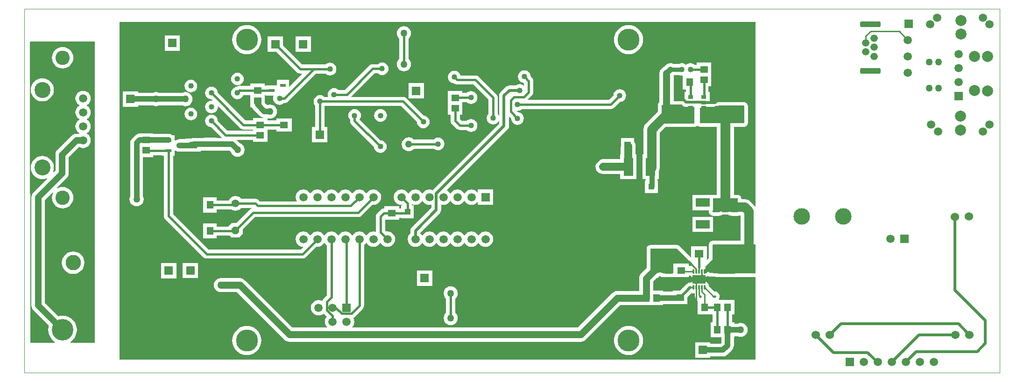
<source format=gbl>
%FSLAX25Y25*%
%MOIN*%
G70*
G01*
G75*
G04 Layer_Physical_Order=2*
G04 Layer_Color=16711680*
G04:AMPARAMS|DCode=10|XSize=23.62mil|YSize=61.02mil|CornerRadius=5.91mil|HoleSize=0mil|Usage=FLASHONLY|Rotation=0.000|XOffset=0mil|YOffset=0mil|HoleType=Round|Shape=RoundedRectangle|*
%AMROUNDEDRECTD10*
21,1,0.02362,0.04921,0,0,0.0*
21,1,0.01181,0.06102,0,0,0.0*
1,1,0.01181,0.00591,-0.02461*
1,1,0.01181,-0.00591,-0.02461*
1,1,0.01181,-0.00591,0.02461*
1,1,0.01181,0.00591,0.02461*
%
%ADD10ROUNDEDRECTD10*%
%ADD11R,0.05906X0.09843*%
%ADD12O,0.07480X0.02362*%
%ADD13O,0.01378X0.07087*%
%ADD14R,0.09843X0.05906*%
G04:AMPARAMS|DCode=15|XSize=23.62mil|YSize=61.02mil|CornerRadius=5.91mil|HoleSize=0mil|Usage=FLASHONLY|Rotation=270.000|XOffset=0mil|YOffset=0mil|HoleType=Round|Shape=RoundedRectangle|*
%AMROUNDEDRECTD15*
21,1,0.02362,0.04921,0,0,270.0*
21,1,0.01181,0.06102,0,0,270.0*
1,1,0.01181,-0.02461,-0.00591*
1,1,0.01181,-0.02461,0.00591*
1,1,0.01181,0.02461,0.00591*
1,1,0.01181,0.02461,-0.00591*
%
%ADD15ROUNDEDRECTD15*%
%ADD16R,0.04724X0.05315*%
%ADD17R,0.05315X0.04724*%
%ADD18R,0.05709X0.04528*%
%ADD19R,0.04528X0.05709*%
%ADD20R,0.04134X0.04331*%
%ADD21R,0.05315X0.03937*%
%ADD22R,0.03937X0.05315*%
%ADD23R,0.03150X0.01969*%
%ADD24R,0.01969X0.03150*%
%ADD25C,0.02000*%
%ADD26C,0.01500*%
%ADD27C,0.03000*%
%ADD28C,0.01300*%
%ADD29C,0.05000*%
%ADD30C,0.04000*%
%ADD31C,0.06500*%
%ADD32C,0.06000*%
%ADD33C,0.03937*%
%ADD34C,0.01000*%
%ADD35C,0.00100*%
%ADD36C,0.05906*%
%ADD37R,0.05906X0.05906*%
%ADD38C,0.11024*%
%ADD39C,0.15354*%
%ADD40C,0.06000*%
%ADD41C,0.11417*%
%ADD42R,0.05906X0.05906*%
%ADD43P,0.05966X8X112.5*%
%ADD44C,0.05512*%
%ADD45C,0.11811*%
%ADD46C,0.07874*%
%ADD47C,0.05213*%
G04:AMPARAMS|DCode=48|XSize=42.52mil|YSize=145.67mil|CornerRadius=10.63mil|HoleSize=0mil|Usage=FLASHONLY|Rotation=270.000|XOffset=0mil|YOffset=0mil|HoleType=Round|Shape=RoundedRectangle|*
%AMROUNDEDRECTD48*
21,1,0.04252,0.12441,0,0,270.0*
21,1,0.02126,0.14567,0,0,270.0*
1,1,0.02126,-0.06221,-0.01063*
1,1,0.02126,-0.06221,0.01063*
1,1,0.02126,0.06221,0.01063*
1,1,0.02126,0.06221,-0.01063*
%
%ADD48ROUNDEDRECTD48*%
%ADD49C,0.05000*%
%ADD50C,0.04000*%
%ADD51C,0.02000*%
%ADD52C,0.06200*%
%ADD53C,0.02284*%
%ADD54C,0.10236*%
%ADD55C,0.15700*%
%ADD56R,0.06693X0.12598*%
%ADD57R,0.09449X0.06496*%
%ADD58O,0.01102X0.03347*%
%ADD59R,0.03543X0.02559*%
%ADD60R,0.06102X0.05512*%
%ADD61R,0.03937X0.02362*%
%ADD62R,0.04331X0.04134*%
%ADD63C,0.04500*%
%ADD64C,0.02500*%
%ADD65C,0.07000*%
%ADD66C,0.03500*%
%ADD67C,0.05500*%
%ADD68R,0.02756X0.01102*%
%ADD69R,0.02756X0.01102*%
%ADD70R,0.02756X0.01102*%
G36*
X463393Y191715D02*
X469143D01*
X469754Y191104D01*
X470485Y190543D01*
X471337Y190190D01*
X472250Y190070D01*
X478050D01*
Y178300D01*
X478050Y178300D01*
X478050Y178300D01*
X478009Y178200D01*
X454750D01*
Y191500D01*
X462928Y191807D01*
X460764Y191780D01*
X462928Y191807D01*
X463393Y191715D01*
D02*
G37*
G36*
X50350Y236798D02*
Y21600D01*
X32844D01*
X32723Y22085D01*
X32932Y22197D01*
X34481Y23468D01*
X35753Y25018D01*
X36698Y26786D01*
X37280Y28705D01*
X37477Y30700D01*
X37280Y32695D01*
X36698Y34613D01*
X35753Y36381D01*
X34481Y37931D01*
X32932Y39202D01*
X31164Y40148D01*
X29245Y40729D01*
X27250Y40926D01*
X25255Y40729D01*
X24289Y40436D01*
X14541Y50184D01*
Y123515D01*
X20148Y129122D01*
X20550Y128825D01*
X20178Y128129D01*
X19742Y126693D01*
X19595Y125200D01*
X19742Y123706D01*
X20178Y122270D01*
X20886Y120947D01*
X21837Y119787D01*
X22998Y118835D01*
X24321Y118127D01*
X25757Y117692D01*
X27250Y117545D01*
X28744Y117692D01*
X30180Y118127D01*
X31503Y118835D01*
X32663Y119787D01*
X33615Y120947D01*
X34323Y122270D01*
X34758Y123706D01*
X34905Y125200D01*
X34758Y126693D01*
X34323Y128129D01*
X33615Y129453D01*
X32663Y130613D01*
X31503Y131564D01*
X30180Y132272D01*
X28744Y132708D01*
X27250Y132855D01*
X25757Y132708D01*
X24321Y132272D01*
X23625Y131900D01*
X23327Y132302D01*
X30238Y139212D01*
X30999Y140205D01*
X31478Y141360D01*
X31641Y142600D01*
Y153916D01*
X39035Y161309D01*
X39168D01*
X40427Y160788D01*
X41850Y160600D01*
X43274Y160788D01*
X44600Y161337D01*
X45739Y162211D01*
X46613Y163350D01*
X47163Y164676D01*
X47350Y166100D01*
X47163Y167524D01*
X46613Y168850D01*
X45739Y169989D01*
X44617Y170850D01*
Y171350D01*
X45739Y172211D01*
X46613Y173350D01*
X47163Y174677D01*
X47350Y176100D01*
X47163Y177524D01*
X46613Y178850D01*
X45739Y179989D01*
X44617Y180850D01*
Y181350D01*
X45739Y182211D01*
X46613Y183350D01*
X47163Y184677D01*
X47350Y186100D01*
X47163Y187523D01*
X46613Y188850D01*
X45739Y189989D01*
X44617Y190850D01*
Y191350D01*
X45739Y192211D01*
X46613Y193350D01*
X47163Y194676D01*
X47350Y196100D01*
X47163Y197523D01*
X46613Y198850D01*
X45739Y199989D01*
X44600Y200863D01*
X43274Y201412D01*
X41850Y201600D01*
X40427Y201412D01*
X39100Y200863D01*
X37961Y199989D01*
X37087Y198850D01*
X36538Y197523D01*
X36351Y196100D01*
X36538Y194676D01*
X37087Y193350D01*
X37961Y192211D01*
X39083Y191350D01*
Y190850D01*
X37961Y189989D01*
X37087Y188850D01*
X36538Y187523D01*
X36351Y186100D01*
X36538Y184677D01*
X37087Y183350D01*
X37961Y182211D01*
X39083Y181350D01*
Y180850D01*
X37961Y179989D01*
X37087Y178850D01*
X36538Y177524D01*
X36351Y176100D01*
X36538Y174677D01*
X37087Y173350D01*
X37961Y172211D01*
X39065Y171364D01*
X38904Y170891D01*
X37050D01*
X35810Y170728D01*
X34993Y170389D01*
X34655Y170249D01*
X33663Y169488D01*
X23463Y159288D01*
X22701Y158296D01*
X22561Y157957D01*
X22223Y157140D01*
X22059Y155900D01*
X22059Y155900D01*
X22059D01*
X22059Y155900D01*
X22059D01*
Y144585D01*
X20817Y143342D01*
X20388Y143599D01*
X20840Y145090D01*
X20999Y146700D01*
X20840Y148309D01*
X20371Y149856D01*
X19609Y151282D01*
X18583Y152532D01*
X17333Y153558D01*
X15907Y154320D01*
X14359Y154789D01*
X12750Y154948D01*
X11141Y154789D01*
X9594Y154320D01*
X8168Y153558D01*
X6918Y152532D01*
X5892Y151282D01*
X5130Y149856D01*
X4660Y148309D01*
X4502Y146700D01*
X4660Y145090D01*
X5130Y143543D01*
X5892Y142117D01*
X6918Y140867D01*
X8168Y139841D01*
X9594Y139079D01*
X11141Y138610D01*
X12750Y138451D01*
X14359Y138610D01*
X15851Y139062D01*
X16108Y138633D01*
X6363Y128888D01*
X5601Y127895D01*
X5461Y127557D01*
X5123Y126740D01*
X4959Y125500D01*
Y48200D01*
X4959Y48200D01*
X4959D01*
X5123Y46960D01*
X5461Y46143D01*
X5601Y45804D01*
X6363Y44812D01*
X6363Y44812D01*
X6363Y44812D01*
Y44812D01*
X6363Y44812D01*
X17514Y33661D01*
X17220Y32695D01*
X17024Y30700D01*
X17220Y28705D01*
X17802Y26786D01*
X18747Y25018D01*
X20019Y23468D01*
X21569Y22197D01*
X21778Y22085D01*
X21656Y21600D01*
X4057D01*
X3951Y236546D01*
X4304Y236900D01*
X50244D01*
X50350Y236798D01*
D02*
G37*
G36*
X468124Y212479D02*
X469299Y212325D01*
X469481Y212349D01*
D01*
X469706Y212378D01*
X469857Y212246D01*
Y202574D01*
X472248D01*
Y200752D01*
Y200752D01*
X471254D01*
Y194264D01*
X463393D01*
Y194339D01*
Y212624D01*
X463598Y212829D01*
X467280D01*
X468124Y212479D01*
D02*
G37*
G36*
X513409Y190995D02*
X513409Y190995D01*
X513850Y190812D01*
Y178400D01*
X482250D01*
X482150Y178500D01*
Y189452D01*
X489246D01*
Y189702D01*
X492840D01*
X493754Y189822D01*
X494606Y190175D01*
X495337Y190736D01*
X495536Y190995D01*
X513409D01*
X513409Y190995D01*
D02*
G37*
G36*
X474609Y80100D02*
X477315Y77838D01*
X477337Y77338D01*
X476649Y76649D01*
X476263Y76490D01*
X474063D01*
Y78005D01*
X463354D01*
Y70985D01*
X456168D01*
X456157Y71002D01*
X455330Y71555D01*
X454354Y71749D01*
X453134D01*
X452159Y71555D01*
X451332Y71002D01*
X450863Y70300D01*
X446735D01*
X446708Y70326D01*
Y88900D01*
X465808D01*
X474609Y80100D01*
D02*
G37*
G36*
X521975Y91895D02*
Y71015D01*
X507665Y70985D01*
X506394Y70900D01*
X497252D01*
X489523Y71343D01*
X488733Y71405D01*
Y72548D01*
X486554D01*
Y73729D01*
X486450Y74526D01*
X486142Y75268D01*
X485778Y75743D01*
X491079Y80900D01*
Y91546D01*
X491432Y91900D01*
X521975Y91895D01*
D02*
G37*
G36*
Y118839D02*
X521785Y118775D01*
X521151Y119601D01*
X518351Y122401D01*
X517150Y123323D01*
X515751Y123902D01*
X514250Y124100D01*
X511799D01*
Y124600D01*
X511703Y125085D01*
X511605Y125575D01*
X511605Y125575D01*
X511605Y125575D01*
X511328Y125991D01*
X511053Y126402D01*
X510953Y126502D01*
X510953Y126502D01*
X510953Y126502D01*
X510541Y126777D01*
X510126Y127055D01*
X510126Y127055D01*
X510126Y127055D01*
X509636Y127152D01*
X509151Y127249D01*
X509150Y127249D01*
X509150Y127249D01*
X506379D01*
Y175851D01*
X513850D01*
X514826Y176045D01*
X515653Y176598D01*
X516205Y177425D01*
X516399Y178400D01*
Y190812D01*
X516294Y191340D01*
X516205Y191788D01*
X516205Y191788D01*
X516205Y191788D01*
X515928Y192203D01*
X515653Y192615D01*
X515653Y192615D01*
X515653Y192615D01*
X515242Y192889D01*
X514826Y193167D01*
X514826Y193167D01*
D01*
D01*
X514384Y193350D01*
X514384Y193350D01*
X514384Y193350D01*
X513913Y193444D01*
X513409Y193544D01*
X513409Y193544D01*
X513409Y193544D01*
X513409D01*
X513409D01*
X495536D01*
X495371Y193512D01*
X495203Y193523D01*
X494888Y193415D01*
X494849Y193408D01*
D01*
X494561Y193350D01*
X494518Y193322D01*
X490096D01*
Y192770D01*
X489246D01*
Y193193D01*
Y200752D01*
X488328D01*
Y200752D01*
Y202071D01*
Y204718D01*
X490208D01*
Y212001D01*
Y221726D01*
X479893D01*
Y220142D01*
X478521D01*
X477671Y220794D01*
X476576Y221248D01*
X475401Y221402D01*
X474227Y221248D01*
X473132Y220794D01*
X472350Y220194D01*
X471569Y220794D01*
X470474Y221248D01*
X469299Y221402D01*
X468124Y221248D01*
X467280Y220898D01*
X463233D01*
X462389Y221248D01*
X461214Y221402D01*
X460039Y221248D01*
X458944Y220794D01*
X458004Y220073D01*
X456631Y218700D01*
X455829Y218368D01*
X454784Y217566D01*
X453983Y216522D01*
X453479Y215305D01*
X453307Y214000D01*
Y193542D01*
X452948Y193302D01*
X452921Y193262D01*
X452881Y193233D01*
X452646Y192850D01*
X452395Y192475D01*
X452386Y192428D01*
X452360Y192386D01*
X452289Y191942D01*
X452201Y191500D01*
Y186553D01*
X443623Y177975D01*
X442702Y176774D01*
X442122Y175375D01*
X441925Y173874D01*
Y155999D01*
X441078D01*
Y138401D01*
X443438D01*
Y137567D01*
X443022D01*
Y128433D01*
X452353D01*
Y137567D01*
X452011D01*
Y138401D01*
X452771D01*
Y143658D01*
X453326Y144999D01*
X453524Y146500D01*
Y171472D01*
X457703Y175651D01*
X478009D01*
X478507Y175750D01*
X478984Y175845D01*
X478984Y175845D01*
X478984Y175845D01*
X479400Y176123D01*
X479811Y176398D01*
X479811Y176398D01*
X479811Y176398D01*
X480080Y176799D01*
X480280D01*
X480348Y176698D01*
X480348Y176698D01*
X480348Y176697D01*
X480448Y176597D01*
X480852Y176328D01*
X481275Y176045D01*
X481275Y176045D01*
X481275Y176045D01*
X481746Y175951D01*
X482250Y175851D01*
X494321D01*
Y127249D01*
X491572D01*
X491088Y127153D01*
X476729D01*
Y116247D01*
X488529D01*
Y114981D01*
X488658Y114334D01*
X488724Y114006D01*
X488724Y114006D01*
Y114006D01*
X489056Y113508D01*
X489276Y113179D01*
X489276Y113179D01*
X489276Y113179D01*
X489605Y112959D01*
X490103Y112627D01*
X490565Y112435D01*
X490565Y112435D01*
D01*
X490764Y112396D01*
X491540Y112241D01*
X491540D01*
X491540D01*
X491590Y112251D01*
X495823D01*
X496150Y112316D01*
X496482Y112338D01*
X496633Y112412D01*
X496798Y112445D01*
X496956Y112551D01*
X497083Y112498D01*
X497890Y112392D01*
X502811D01*
X503618Y112498D01*
X503622Y112500D01*
X503820D01*
X503903Y112445D01*
X504068Y112412D01*
X504198Y112348D01*
X504218Y112338D01*
X504551Y112316D01*
X504878Y112251D01*
X509250D01*
X510226Y112445D01*
X510309Y112500D01*
X511251D01*
Y94587D01*
X511109Y94446D01*
X491433Y94449D01*
X491432Y94449D01*
X491432Y94449D01*
X490924Y94348D01*
X490457Y94255D01*
X490457Y94255D01*
X490457Y94255D01*
X490028Y93968D01*
X489630Y93703D01*
X489630Y93703D01*
X489630Y93702D01*
X489276Y93349D01*
X489276Y93349D01*
X489276Y93349D01*
X489001Y92938D01*
X488724Y92522D01*
X488724Y92522D01*
X488724Y92522D01*
X488626Y92032D01*
X488529Y91546D01*
X488529Y91546D01*
X488529Y91546D01*
Y81976D01*
X487272Y80752D01*
X487087Y80830D01*
Y90356D01*
X475985D01*
Y82590D01*
X475800Y82513D01*
X467611Y90702D01*
X466784Y91255D01*
X465808Y91449D01*
X446708D01*
X445733Y91255D01*
X444906Y90702D01*
X444354Y89875D01*
X444160Y88900D01*
Y74857D01*
X440301Y70998D01*
X439499Y69954D01*
X438996Y68738D01*
X438824Y67432D01*
Y58543D01*
X423290D01*
X421985Y58371D01*
X420769Y57867D01*
X419724Y57066D01*
X395002Y32343D01*
X233775D01*
X233711Y32533D01*
X233889Y32669D01*
X234763Y33808D01*
X235312Y35135D01*
X235500Y36558D01*
X235312Y37982D01*
X234794Y39233D01*
X234871Y39418D01*
X235109Y39516D01*
X235788Y40038D01*
X235788Y40038D01*
X235788Y40038D01*
X241437Y45686D01*
X241663Y45981D01*
X241958Y46365D01*
X242285Y47155D01*
X242397Y48004D01*
Y91218D01*
X243008Y91687D01*
X243882Y92826D01*
X244019Y93156D01*
X244219D01*
X244356Y92826D01*
X245230Y91687D01*
X246369Y90813D01*
X247695Y90263D01*
X249119Y90076D01*
X250542Y90263D01*
X251869Y90813D01*
X253008Y91687D01*
X253882Y92826D01*
X254019Y93156D01*
X254219D01*
X254356Y92826D01*
X255230Y91687D01*
X256369Y90813D01*
X257696Y90263D01*
X259119Y90076D01*
X260542Y90263D01*
X261869Y90813D01*
X263008Y91687D01*
X263882Y92826D01*
X264431Y94152D01*
X264619Y95576D01*
X264431Y96999D01*
X263882Y98326D01*
X263008Y99464D01*
X261869Y100339D01*
X260542Y100888D01*
X259119Y101075D01*
X258220Y100957D01*
X257452Y101725D01*
Y109454D01*
X267505D01*
Y110939D01*
X268832D01*
Y110339D01*
X277966D01*
Y119670D01*
X276677D01*
Y120505D01*
X276844Y120616D01*
X277695Y120263D01*
X279119Y120076D01*
X280542Y120263D01*
X281869Y120813D01*
X283008Y121687D01*
X283882Y122826D01*
X284019Y123156D01*
X284219D01*
X284356Y122826D01*
X285230Y121687D01*
X286369Y120813D01*
X287696Y120263D01*
X289119Y120076D01*
X290270Y120227D01*
X290420Y120095D01*
Y117871D01*
X276554Y104005D01*
X275993Y103274D01*
X275640Y102422D01*
X275520Y101509D01*
Y99687D01*
X275230Y99464D01*
X274356Y98326D01*
X273807Y96999D01*
X273619Y95576D01*
X273807Y94152D01*
X274356Y92826D01*
X275230Y91687D01*
X276369Y90813D01*
X277695Y90263D01*
X279119Y90076D01*
X280542Y90263D01*
X281869Y90813D01*
X283008Y91687D01*
X283882Y92826D01*
X284019Y93156D01*
X284219D01*
X284356Y92826D01*
X285230Y91687D01*
X286369Y90813D01*
X287696Y90263D01*
X289119Y90076D01*
X290542Y90263D01*
X291869Y90813D01*
X293008Y91687D01*
X293882Y92826D01*
X294019Y93156D01*
X294219D01*
X294356Y92826D01*
X295230Y91687D01*
X296369Y90813D01*
X297695Y90263D01*
X299119Y90076D01*
X300542Y90263D01*
X301869Y90813D01*
X303008Y91687D01*
X303882Y92826D01*
X304019Y93156D01*
X304219D01*
X304356Y92826D01*
X305230Y91687D01*
X306369Y90813D01*
X307696Y90263D01*
X309119Y90076D01*
X310542Y90263D01*
X311869Y90813D01*
X313008Y91687D01*
X313882Y92826D01*
X314019Y93156D01*
X314219D01*
X314356Y92826D01*
X315230Y91687D01*
X316369Y90813D01*
X317695Y90263D01*
X319119Y90076D01*
X320542Y90263D01*
X321869Y90813D01*
X323008Y91687D01*
X323882Y92826D01*
X324019Y93156D01*
X324219D01*
X324356Y92826D01*
X325230Y91687D01*
X326369Y90813D01*
X327695Y90263D01*
X329119Y90076D01*
X330542Y90263D01*
X331869Y90813D01*
X333008Y91687D01*
X333882Y92826D01*
X334431Y94152D01*
X334619Y95576D01*
X334431Y96999D01*
X333882Y98326D01*
X333008Y99464D01*
X331869Y100339D01*
X330542Y100888D01*
X329119Y101075D01*
X327695Y100888D01*
X326369Y100339D01*
X325230Y99464D01*
X324356Y98326D01*
X324219Y97995D01*
X324019D01*
X323882Y98326D01*
X323008Y99464D01*
X321869Y100339D01*
X320542Y100888D01*
X319119Y101075D01*
X317695Y100888D01*
X316369Y100339D01*
X315230Y99464D01*
X314356Y98326D01*
X314219Y97995D01*
X314019D01*
X313882Y98326D01*
X313008Y99464D01*
X311869Y100339D01*
X310542Y100888D01*
X309119Y101075D01*
X307696Y100888D01*
X306369Y100339D01*
X305230Y99464D01*
X304356Y98326D01*
X304219Y97995D01*
X304019D01*
X303882Y98326D01*
X303008Y99464D01*
X301869Y100339D01*
X300542Y100888D01*
X299119Y101075D01*
X297695Y100888D01*
X296369Y100339D01*
X295230Y99464D01*
X294356Y98326D01*
X294219Y97995D01*
X294019D01*
X293882Y98326D01*
X293008Y99464D01*
X291869Y100339D01*
X290542Y100888D01*
X289119Y101075D01*
X287696Y100888D01*
X286369Y100339D01*
X285230Y99464D01*
X284356Y98326D01*
X284219Y97995D01*
X284019D01*
X283882Y98326D01*
X283008Y99464D01*
X282580Y99792D01*
Y100046D01*
X296446Y113912D01*
X297008Y114644D01*
X297360Y115495D01*
X297481Y116409D01*
Y120172D01*
X297647Y120283D01*
X297695Y120263D01*
X299119Y120076D01*
X300542Y120263D01*
X301869Y120813D01*
X303008Y121687D01*
X303882Y122826D01*
X304019Y123156D01*
X304219D01*
X304356Y122826D01*
X305230Y121687D01*
X306369Y120813D01*
X307696Y120263D01*
X309119Y120076D01*
X310542Y120263D01*
X311869Y120813D01*
X313008Y121687D01*
X313882Y122826D01*
X314019Y123156D01*
X314219D01*
X314356Y122826D01*
X315230Y121687D01*
X316369Y120813D01*
X317695Y120263D01*
X319119Y120076D01*
X320542Y120263D01*
X321869Y120813D01*
X323008Y121687D01*
X323477Y122298D01*
X323666Y122233D01*
Y120123D01*
X334572D01*
Y131028D01*
X323666D01*
Y128918D01*
X323477Y128853D01*
X323008Y129465D01*
X321869Y130339D01*
X320542Y130888D01*
X319119Y131075D01*
X317695Y130888D01*
X316369Y130339D01*
X315230Y129465D01*
X314356Y128325D01*
X314219Y127995D01*
X314019D01*
X313882Y128325D01*
X313008Y129465D01*
X311869Y130339D01*
X310542Y130888D01*
X309119Y131075D01*
X307696Y130888D01*
X306369Y130339D01*
X305230Y129465D01*
X304356Y128325D01*
X304219Y127995D01*
X304019D01*
X303882Y128325D01*
X303008Y129465D01*
X301869Y130339D01*
X301549Y130471D01*
X301510Y130667D01*
X344847Y174004D01*
X345408Y174735D01*
X345760Y175586D01*
X345881Y176500D01*
Y182986D01*
X346065Y183063D01*
X347450Y181678D01*
X347590Y180615D01*
X348043Y179520D01*
X348764Y178580D01*
X349705Y177859D01*
X350799Y177406D01*
X351974Y177251D01*
X353149Y177406D01*
X354243Y177859D01*
X355183Y178580D01*
X355905Y179520D01*
X356358Y180615D01*
X356513Y181790D01*
X356358Y182965D01*
X355905Y184059D01*
X355183Y184999D01*
X354243Y185721D01*
X353149Y186174D01*
X352086Y186314D01*
X351243Y187156D01*
X351332Y187335D01*
X351974Y187251D01*
X353149Y187406D01*
X354243Y187859D01*
X355094Y188512D01*
X418561D01*
X418985Y188568D01*
X419409Y188623D01*
X419804Y188787D01*
X420200Y188951D01*
X420879Y189472D01*
X420879Y189472D01*
X420879Y189472D01*
X425062Y193655D01*
X426125Y193795D01*
X427220Y194249D01*
X428160Y194970D01*
X428881Y195910D01*
X429334Y197005D01*
X429489Y198179D01*
X429334Y199354D01*
X428881Y200449D01*
X428160Y201389D01*
X427220Y202110D01*
X426125Y202564D01*
X424950Y202718D01*
X423776Y202564D01*
X422681Y202110D01*
X421741Y201389D01*
X421020Y200449D01*
X420566Y199354D01*
X420426Y198291D01*
X417203Y195068D01*
X359315D01*
X359239Y195253D01*
X362268Y198282D01*
X362789Y198961D01*
X363117Y199752D01*
X363228Y200600D01*
Y208600D01*
X363117Y209448D01*
X362789Y210239D01*
X362494Y210623D01*
X362268Y210918D01*
X361374Y211812D01*
X361234Y212875D01*
X360781Y213969D01*
X360060Y214909D01*
X359120Y215631D01*
X358025Y216084D01*
X356850Y216239D01*
X355676Y216084D01*
X354581Y215631D01*
X353641Y214909D01*
X352920Y213969D01*
X352466Y212875D01*
X352311Y211700D01*
X352466Y210525D01*
X352920Y209431D01*
X353641Y208491D01*
X354581Y207769D01*
X355676Y207316D01*
X356672Y207185D01*
Y205300D01*
X356493Y205212D01*
X355830Y205720D01*
X354735Y206174D01*
X353561Y206329D01*
X352386Y206174D01*
X351291Y205720D01*
X350769Y205320D01*
X346040D01*
X345126Y205200D01*
X344275Y204847D01*
X343544Y204286D01*
X339854Y200596D01*
X339293Y199865D01*
X338940Y199014D01*
X338820Y198100D01*
Y183963D01*
X338624Y183924D01*
X338481Y184269D01*
X337828Y185120D01*
Y196686D01*
X337772Y197110D01*
X337717Y197535D01*
X337553Y197930D01*
X337389Y198325D01*
X337094Y198709D01*
X336868Y199004D01*
X324254Y211618D01*
X323575Y212139D01*
X323180Y212303D01*
X322785Y212466D01*
X322361Y212522D01*
X321936Y212578D01*
X311224D01*
X310781Y213647D01*
X310060Y214587D01*
X309120Y215309D01*
X308025Y215762D01*
X306850Y215917D01*
X305676Y215762D01*
X304581Y215309D01*
X303641Y214587D01*
X302920Y213647D01*
X302466Y212553D01*
X302311Y211378D01*
X302466Y210203D01*
X302920Y209108D01*
X303641Y208169D01*
X304581Y207447D01*
X305676Y206994D01*
X306785Y206848D01*
X306995Y206687D01*
X307289Y206461D01*
X307521Y206365D01*
X308080Y206134D01*
X308928Y206022D01*
X320579D01*
X331272Y195328D01*
Y185120D01*
X330620Y184269D01*
X330166Y183175D01*
X330012Y182000D01*
X330166Y180825D01*
X330620Y179731D01*
X331341Y178791D01*
X332281Y178069D01*
X333376Y177616D01*
X334550Y177461D01*
X335725Y177616D01*
X336820Y178069D01*
X337760Y178791D01*
X338481Y179731D01*
X338624Y180076D01*
X338820Y180037D01*
Y177962D01*
X291454Y130596D01*
X291404Y130531D01*
X290542Y130888D01*
X289119Y131075D01*
X287696Y130888D01*
X286369Y130339D01*
X285230Y129465D01*
X284356Y128325D01*
X284219Y127995D01*
X284019D01*
X283882Y128325D01*
X283008Y129465D01*
X281869Y130339D01*
X280542Y130888D01*
X279119Y131075D01*
X277695Y130888D01*
X276369Y130339D01*
X275230Y129465D01*
X274356Y128325D01*
X274219Y127995D01*
X274019D01*
X273882Y128325D01*
X273008Y129465D01*
X271869Y130339D01*
X270542Y130888D01*
X269119Y131075D01*
X267695Y130888D01*
X266369Y130339D01*
X265230Y129465D01*
X264356Y128325D01*
X263807Y126999D01*
X263619Y125576D01*
X263807Y124152D01*
X264356Y122826D01*
X265230Y121687D01*
X266369Y120813D01*
X267695Y120263D01*
X269119Y120076D01*
X269747Y120159D01*
X270051Y119855D01*
X269974Y119670D01*
X268832D01*
Y117495D01*
X267505D01*
Y118981D01*
X256796D01*
Y117495D01*
X256468D01*
X255619Y117384D01*
X255060Y117152D01*
X254829Y117056D01*
X254534Y116830D01*
X254150Y116535D01*
X251856Y114242D01*
X251335Y113563D01*
X251171Y113167D01*
X251008Y112772D01*
X250952Y112348D01*
X250896Y111924D01*
Y100922D01*
X250730Y100811D01*
X250542Y100888D01*
X249119Y101075D01*
X247695Y100888D01*
X246369Y100339D01*
X245230Y99464D01*
X244356Y98326D01*
X244219Y97995D01*
X244019D01*
X243882Y98326D01*
X243008Y99464D01*
X241869Y100339D01*
X240542Y100888D01*
X239119Y101075D01*
X237696Y100888D01*
X236369Y100339D01*
X235230Y99464D01*
X234356Y98326D01*
X234219Y97995D01*
X234019D01*
X233882Y98326D01*
X233008Y99464D01*
X231869Y100339D01*
X230542Y100888D01*
X229119Y101075D01*
X227695Y100888D01*
X226369Y100339D01*
X225230Y99464D01*
X224356Y98326D01*
X224219Y97995D01*
X224019D01*
X223882Y98326D01*
X223008Y99464D01*
X221869Y100339D01*
X220542Y100888D01*
X219119Y101075D01*
X217695Y100888D01*
X216369Y100339D01*
X215230Y99464D01*
X214356Y98326D01*
X214219Y97995D01*
X214019D01*
X213882Y98326D01*
X213008Y99464D01*
X211869Y100339D01*
X210542Y100888D01*
X209119Y101075D01*
X207696Y100888D01*
X206369Y100339D01*
X205230Y99464D01*
X204356Y98326D01*
X204219Y97995D01*
X204019D01*
X203882Y98326D01*
X203008Y99464D01*
X201869Y100339D01*
X200542Y100888D01*
X199119Y101075D01*
X197696Y100888D01*
X196369Y100339D01*
X195230Y99464D01*
X194356Y98326D01*
X193807Y96999D01*
X193619Y95576D01*
X193807Y94152D01*
X194356Y92826D01*
X195230Y91687D01*
X196369Y90813D01*
X197696Y90263D01*
X198789Y90119D01*
X198853Y89930D01*
X197101Y88178D01*
X131408D01*
X106091Y113495D01*
Y155091D01*
X107282D01*
Y158832D01*
X108093D01*
X108418Y158582D01*
X109513Y158128D01*
X110687Y157974D01*
X115036D01*
Y157946D01*
X125745D01*
Y158811D01*
X128183D01*
Y158684D01*
X137317D01*
Y158811D01*
X146298D01*
X147465Y157644D01*
X147797Y156841D01*
X148599Y155797D01*
X149643Y154996D01*
X150859Y154492D01*
X152164Y154320D01*
X153470Y154492D01*
X154686Y154996D01*
X155730Y155797D01*
X156532Y156841D01*
X157036Y158058D01*
X157208Y159363D01*
X157036Y160668D01*
X156532Y161885D01*
X155730Y162929D01*
X154686Y163731D01*
X153883Y164063D01*
X151551Y166395D01*
X151627Y166580D01*
X163193D01*
Y164996D01*
X173508D01*
Y172280D01*
Y173864D01*
X179996D01*
Y172378D01*
X190705D01*
Y181906D01*
X179996D01*
Y180420D01*
X173508D01*
Y181866D01*
X173674Y181977D01*
X173945Y181865D01*
X175250Y181693D01*
X176556Y181865D01*
X177772Y182368D01*
X178816Y183170D01*
X179618Y184214D01*
X180122Y185431D01*
X180294Y186736D01*
X180122Y188041D01*
X179618Y189258D01*
X178816Y190302D01*
X177772Y191103D01*
X176556Y191607D01*
X175250Y191779D01*
X173945Y191607D01*
X173179Y191290D01*
X171576Y192893D01*
Y196980D01*
Y198564D01*
X172213D01*
Y198179D01*
X177861D01*
X177972Y198012D01*
X177666Y197274D01*
X177512Y196100D01*
X177666Y194925D01*
X178120Y193830D01*
X178841Y192890D01*
X179781Y192169D01*
X180876Y191716D01*
X182050Y191561D01*
X183225Y191716D01*
X184320Y192169D01*
X185170Y192822D01*
X185450D01*
X185874Y192877D01*
X186298Y192933D01*
X186694Y193097D01*
X187089Y193261D01*
X187768Y193782D01*
X187768Y193782D01*
X187768Y193782D01*
X207824Y213838D01*
X215030D01*
X215881Y213186D01*
X216976Y212732D01*
X218150Y212577D01*
X219325Y212732D01*
X220420Y213186D01*
X221360Y213907D01*
X222081Y214847D01*
X222534Y215942D01*
X222689Y217116D01*
X222534Y218291D01*
X222081Y219386D01*
X221360Y220326D01*
X220420Y221047D01*
X219325Y221500D01*
X218150Y221655D01*
X216976Y221500D01*
X215881Y221047D01*
X215030Y220394D01*
X198282D01*
X184553Y234123D01*
Y240393D01*
X173647D01*
Y229487D01*
X179917D01*
X194606Y214798D01*
X194901Y214572D01*
X195285Y214277D01*
X196076Y213950D01*
X196924Y213838D01*
X198291D01*
X198368Y213653D01*
X189209Y204495D01*
X189024Y204571D01*
Y209281D01*
X180087D01*
Y205541D01*
X172213D01*
Y205120D01*
X171576D01*
Y206704D01*
X161261D01*
Y205120D01*
X155085D01*
X154766Y205252D01*
X153853Y205372D01*
X152939Y205252D01*
X152088Y204899D01*
X151537Y204476D01*
X150836Y204384D01*
X149741Y203931D01*
X148802Y203209D01*
X148080Y202269D01*
X147627Y201175D01*
X147472Y200000D01*
X147627Y198825D01*
X148080Y197731D01*
X148802Y196791D01*
X149741Y196069D01*
X150836Y195616D01*
X152011Y195461D01*
X153186Y195616D01*
X154280Y196069D01*
X155220Y196791D01*
X155942Y197731D01*
X156287Y198564D01*
X161261D01*
Y196980D01*
Y189696D01*
X162350D01*
X162488Y189362D01*
X163209Y188422D01*
X168105Y183527D01*
X168105D01*
X168105Y183526D01*
X168105Y183526D01*
Y183526D01*
X169045Y182805D01*
X169498Y182617D01*
X170140Y182352D01*
X171265Y182204D01*
X171252Y182004D01*
X163193D01*
Y180420D01*
X157723D01*
X138031Y200112D01*
X137891Y201175D01*
X137438Y202269D01*
X136716Y203209D01*
X135776Y203931D01*
X134682Y204384D01*
X133507Y204539D01*
X132332Y204384D01*
X131238Y203931D01*
X130298Y203209D01*
X129576Y202269D01*
X129123Y201175D01*
X128968Y200000D01*
X129123Y198825D01*
X129576Y197731D01*
X130298Y196791D01*
X131238Y196069D01*
X132332Y195616D01*
X133395Y195476D01*
X134238Y194634D01*
X134149Y194454D01*
X133507Y194539D01*
X132332Y194384D01*
X131238Y193931D01*
X130298Y193209D01*
X129576Y192269D01*
X129123Y191175D01*
X128968Y190000D01*
X129123Y188825D01*
X129576Y187731D01*
X130298Y186791D01*
X131238Y186069D01*
X132332Y185616D01*
X133507Y185461D01*
X134682Y185616D01*
X135776Y186069D01*
X136716Y186791D01*
X137438Y187731D01*
X137891Y188825D01*
X138046Y190000D01*
X137961Y190642D01*
X138141Y190731D01*
X154047Y174824D01*
X154431Y174529D01*
X154726Y174303D01*
X154958Y174207D01*
X155517Y173975D01*
X156365Y173864D01*
X163193D01*
Y173136D01*
X145007D01*
X138031Y180112D01*
X137891Y181175D01*
X137438Y182269D01*
X136716Y183209D01*
X135776Y183931D01*
X134682Y184384D01*
X133507Y184539D01*
X132332Y184384D01*
X131238Y183931D01*
X130298Y183209D01*
X129576Y182269D01*
X129123Y181175D01*
X128968Y180000D01*
X129123Y178825D01*
X129576Y177731D01*
X130298Y176791D01*
X131238Y176069D01*
X132332Y175616D01*
X133395Y175476D01*
X140798Y168073D01*
X140721Y167888D01*
X137317D01*
Y168015D01*
X128183D01*
Y167888D01*
X121031D01*
X119856Y167734D01*
X119227Y167473D01*
X115036D01*
Y167051D01*
X110687D01*
X109513Y166897D01*
X108418Y166443D01*
X108093Y166194D01*
X107399D01*
X107313Y166292D01*
X107282Y166528D01*
Y169934D01*
X105420D01*
X105043Y170223D01*
X103949Y170676D01*
X102774Y170831D01*
X92008D01*
Y171154D01*
X81693D01*
Y170785D01*
X80868Y170676D01*
X79773Y170223D01*
X78833Y169501D01*
X76841Y167509D01*
X76120Y166569D01*
X75932Y166116D01*
X75666Y165475D01*
X75511Y164300D01*
Y126108D01*
X75179Y125305D01*
X75007Y124000D01*
X75179Y122695D01*
X75683Y121478D01*
X76484Y120434D01*
X77529Y119632D01*
X78745Y119129D01*
X80050Y118957D01*
X81356Y119129D01*
X82572Y119632D01*
X83616Y120434D01*
X84418Y121478D01*
X84922Y122695D01*
X85093Y124000D01*
X84922Y125305D01*
X84589Y126108D01*
Y154146D01*
X92008D01*
Y155494D01*
X98345D01*
Y155091D01*
X99535D01*
Y112137D01*
X99591Y111713D01*
X99647Y111289D01*
X99811Y110893D01*
X99974Y110498D01*
X100495Y109819D01*
X100495Y109819D01*
X100495Y109819D01*
X127732Y82582D01*
X128072Y82322D01*
X128411Y82061D01*
X128807Y81897D01*
X129202Y81734D01*
X129626Y81678D01*
X130050Y81622D01*
X198459D01*
X198883Y81678D01*
X199307Y81734D01*
X199703Y81897D01*
X200098Y82061D01*
X200777Y82582D01*
X200777Y82582D01*
X200777Y82582D01*
X208369Y90175D01*
X209119Y90076D01*
X210542Y90263D01*
X211869Y90813D01*
X213008Y91687D01*
X213882Y92826D01*
X214019Y93156D01*
X214219D01*
X214356Y92826D01*
X215230Y91687D01*
X215841Y91218D01*
Y55440D01*
X213479Y53079D01*
X212958Y52400D01*
X212795Y52005D01*
X212631Y51609D01*
X212622Y51546D01*
X212449Y51446D01*
X211423Y51871D01*
X210000Y52058D01*
X208576Y51871D01*
X207250Y51321D01*
X206111Y50447D01*
X205237Y49308D01*
X204688Y47982D01*
X204500Y46558D01*
X204688Y45135D01*
X205237Y43808D01*
X206111Y42669D01*
X207250Y41795D01*
X208576Y41246D01*
X210000Y41058D01*
X211423Y41246D01*
X212750Y41795D01*
X213561Y42418D01*
X215860Y40119D01*
X215237Y39308D01*
X214688Y37982D01*
X214500Y36558D01*
X214688Y35135D01*
X215237Y33808D01*
X216111Y32669D01*
X216289Y32533D01*
X216225Y32343D01*
X191239D01*
X157348Y66234D01*
X156304Y67036D01*
X155087Y67540D01*
X153782Y67712D01*
X140182D01*
X138877Y67540D01*
X137660Y67036D01*
X136616Y66234D01*
X135814Y65190D01*
X135311Y63974D01*
X135139Y62668D01*
X135311Y61363D01*
X135814Y60147D01*
X136616Y59102D01*
X137660Y58301D01*
X138877Y57797D01*
X140182Y57625D01*
X151693D01*
X185584Y23734D01*
X186629Y22932D01*
X187845Y22429D01*
X189150Y22257D01*
X397091D01*
X398396Y22429D01*
X399612Y22932D01*
X400657Y23734D01*
X400657Y23734D01*
X400657Y23734D01*
X425379Y48457D01*
X439005D01*
Y48342D01*
X456012D01*
Y48961D01*
X467767D01*
X467906Y48979D01*
X473266D01*
Y54007D01*
X476338Y57079D01*
X476775Y56898D01*
X477571Y56793D01*
X478332Y56893D01*
X478483Y56761D01*
Y55463D01*
X478586Y54680D01*
X478799Y54164D01*
X478888Y53950D01*
X478950Y53869D01*
X478976Y53672D01*
X479329Y52821D01*
X479890Y52090D01*
X480621Y51529D01*
X480688Y51501D01*
Y41743D01*
X491289D01*
Y36054D01*
X489903D01*
Y25346D01*
X497411D01*
Y21430D01*
X496820Y20839D01*
X489653D01*
Y21753D01*
X478747D01*
Y10847D01*
X489653D01*
Y11761D01*
X498701D01*
X499875Y11916D01*
X500517Y12181D01*
X500970Y12369D01*
X501910Y13091D01*
X505160Y16340D01*
X505881Y17280D01*
X505881Y17280D01*
X505881Y17280D01*
X506334Y18375D01*
X506489Y19550D01*
Y25346D01*
X506714D01*
Y26161D01*
X509142D01*
X509945Y25829D01*
X511250Y25657D01*
X512556Y25829D01*
X513772Y26332D01*
X514816Y27134D01*
X515618Y28178D01*
X516122Y29395D01*
X516293Y30700D01*
X516122Y32005D01*
X515618Y33222D01*
X514816Y34266D01*
X513772Y35067D01*
X512556Y35571D01*
X511250Y35743D01*
X509945Y35571D01*
X509142Y35239D01*
X506714D01*
Y36054D01*
X505128D01*
Y41743D01*
X506712D01*
Y52057D01*
X495489D01*
X495400Y52237D01*
X495848Y52821D01*
X496201Y53672D01*
X496321Y54586D01*
X496201Y55500D01*
X495848Y56351D01*
X495287Y57082D01*
X494556Y57643D01*
X493705Y57996D01*
X492791Y58116D01*
X492624Y58094D01*
X488511Y62207D01*
X488418Y62911D01*
X488111Y63654D01*
X487622Y64291D01*
X486984Y64780D01*
X486242Y65087D01*
X485445Y65192D01*
X484649Y65087D01*
X484461Y65010D01*
X484274Y65087D01*
X483477Y65192D01*
X482681Y65087D01*
X482493Y65010D01*
X482305Y65087D01*
X481508Y65192D01*
X480712Y65087D01*
X479970Y64780D01*
X479540Y64450D01*
X479110Y64780D01*
X478368Y65087D01*
X477571Y65192D01*
X476775Y65087D01*
X476033Y64780D01*
X475634Y64474D01*
X475260Y64523D01*
X474346Y64403D01*
X473495Y64050D01*
X472764Y63489D01*
X467978Y58704D01*
X462951D01*
Y58039D01*
X456012D01*
Y58657D01*
X448910D01*
Y65343D01*
X451371Y67804D01*
X451592Y67896D01*
X451838Y67945D01*
X452047Y68084D01*
X452279Y68181D01*
X452457Y68358D01*
X452665Y68498D01*
X452805Y68706D01*
X452982Y68884D01*
X453134Y69112D01*
Y69200D01*
X454354D01*
Y68436D01*
X465063D01*
Y68478D01*
X465063D01*
Y68478D01*
X474063D01*
Y69200D01*
Y69581D01*
X475186D01*
X475395Y69309D01*
X476033Y68820D01*
X476775Y68512D01*
X477571Y68407D01*
X478368Y68512D01*
X478556Y68590D01*
X478744Y68512D01*
X479540Y68407D01*
X480336Y68512D01*
X480524Y68590D01*
X480524Y68590D01*
X480524Y68590D01*
X480712Y68512D01*
X481508Y68407D01*
X482305Y68512D01*
X483047Y68820D01*
X483477Y69150D01*
X483907Y68820D01*
X484649Y68512D01*
X485445Y68407D01*
X486242Y68512D01*
X486984Y68820D01*
X487179Y68969D01*
X487232Y69010D01*
X487561Y69146D01*
X487577Y69133D01*
X487674Y69106D01*
X487757Y69050D01*
X488150Y68972D01*
X488535Y68864D01*
X488641Y68855D01*
X489324Y68802D01*
X489351Y68805D01*
X489376Y68799D01*
X496792Y68373D01*
X497107Y68355D01*
X497180Y68365D01*
X497252Y68351D01*
X506394D01*
X506478Y68368D01*
X506564Y68357D01*
X507753Y68436D01*
X521833Y68466D01*
X521975Y68325D01*
Y9326D01*
X68026D01*
Y250874D01*
X521975D01*
Y118839D01*
D02*
G37*
G36*
X509250Y124600D02*
Y114800D01*
X504878D01*
X504370Y115190D01*
X503618Y115501D01*
X502811Y115608D01*
X497890D01*
X497083Y115501D01*
X496331Y115190D01*
X495823Y114800D01*
X491550D01*
X491540Y114790D01*
X491079Y114981D01*
Y116247D01*
X491572D01*
Y124700D01*
X509150D01*
X509250Y124600D01*
D02*
G37*
%LPC*%
G36*
X491572Y111553D02*
X476729D01*
Y100647D01*
X491572D01*
Y111553D01*
D02*
G37*
G36*
X204453Y240393D02*
X193547D01*
Y229487D01*
X204453D01*
Y240393D01*
D02*
G37*
G36*
X110953Y241153D02*
X100047D01*
Y230247D01*
X110953D01*
Y241153D01*
D02*
G37*
G36*
X249119Y131075D02*
X247695Y130888D01*
X246369Y130339D01*
X245230Y129465D01*
X244356Y128325D01*
X244219Y127995D01*
X244019D01*
X243882Y128325D01*
X243008Y129465D01*
X241869Y130339D01*
X240542Y130888D01*
X239119Y131075D01*
X237696Y130888D01*
X236369Y130339D01*
X235230Y129465D01*
X234356Y128325D01*
X234219Y127995D01*
X234019D01*
X233882Y128325D01*
X233008Y129465D01*
X231869Y130339D01*
X230542Y130888D01*
X229119Y131075D01*
X227695Y130888D01*
X226369Y130339D01*
X225230Y129465D01*
X224356Y128325D01*
X224219Y127995D01*
X224019D01*
X223882Y128325D01*
X223008Y129465D01*
X221869Y130339D01*
X220542Y130888D01*
X219119Y131075D01*
X217695Y130888D01*
X216369Y130339D01*
X215230Y129465D01*
X214356Y128325D01*
X214219Y127995D01*
X214019D01*
X213882Y128325D01*
X213008Y129465D01*
X211869Y130339D01*
X210542Y130888D01*
X209119Y131075D01*
X207696Y130888D01*
X206369Y130339D01*
X205230Y129465D01*
X204356Y128325D01*
X204219Y127995D01*
X204019D01*
X203882Y128325D01*
X203008Y129465D01*
X201869Y130339D01*
X200542Y130888D01*
X199119Y131075D01*
X197696Y130888D01*
X196369Y130339D01*
X195230Y129465D01*
X194356Y128325D01*
X193807Y126999D01*
X193619Y125576D01*
X193807Y124152D01*
X194356Y122826D01*
X194408Y122757D01*
X194320Y122578D01*
X167908D01*
X167039Y123447D01*
X166360Y123968D01*
X165965Y124132D01*
X165570Y124295D01*
X165145Y124351D01*
X164721Y124407D01*
X154760D01*
X154399Y124878D01*
X153301Y125720D01*
X152022Y126250D01*
X150650Y126430D01*
X149278Y126250D01*
X148000Y125720D01*
X146902Y124878D01*
X146059Y123780D01*
X145835Y123238D01*
X137156D01*
Y125314D01*
X127628D01*
Y114605D01*
X137156D01*
Y116682D01*
X147813D01*
X148000Y116538D01*
X149278Y116009D01*
X150650Y115828D01*
X152022Y116009D01*
X153301Y116538D01*
X154399Y117381D01*
X154760Y117851D01*
X162177D01*
X162216Y117655D01*
X162090Y117603D01*
X161695Y117439D01*
X161311Y117144D01*
X161016Y116918D01*
X151270Y107173D01*
X148022D01*
X145451Y104601D01*
X137156D01*
Y106677D01*
X127628D01*
Y95969D01*
X137156D01*
Y98045D01*
X146638D01*
X148022Y96661D01*
X153278D01*
X155906Y99289D01*
Y102537D01*
X164692Y111322D01*
X238159D01*
X238583Y111378D01*
X239007Y111434D01*
X239403Y111597D01*
X239798Y111761D01*
X240477Y112282D01*
X248369Y120175D01*
X249119Y120076D01*
X250542Y120263D01*
X251869Y120813D01*
X253008Y121687D01*
X253882Y122826D01*
X254431Y124152D01*
X254619Y125576D01*
X254431Y126999D01*
X253882Y128325D01*
X253008Y129465D01*
X251869Y130339D01*
X250542Y130888D01*
X249119Y131075D01*
D02*
G37*
G36*
X158750Y248482D02*
X157126Y248354D01*
X155542Y247974D01*
X154037Y247350D01*
X152648Y246499D01*
X151409Y245441D01*
X150351Y244202D01*
X149500Y242813D01*
X148876Y241308D01*
X148496Y239724D01*
X148368Y238100D01*
X148496Y236476D01*
X148876Y234892D01*
X149500Y233387D01*
X150351Y231998D01*
X151409Y230759D01*
X152648Y229701D01*
X154037Y228850D01*
X155542Y228226D01*
X157126Y227846D01*
X158750Y227718D01*
X160374Y227846D01*
X161959Y228226D01*
X163464Y228850D01*
X164853Y229701D01*
X166092Y230759D01*
X167149Y231998D01*
X168001Y233387D01*
X168624Y234892D01*
X169004Y236476D01*
X169132Y238100D01*
X169004Y239724D01*
X168624Y241308D01*
X168001Y242813D01*
X167149Y244202D01*
X166092Y245441D01*
X164853Y246499D01*
X163464Y247350D01*
X161959Y247974D01*
X160374Y248354D01*
X158750Y248482D01*
D02*
G37*
G36*
X431250D02*
X429626Y248354D01*
X428042Y247974D01*
X426537Y247350D01*
X425148Y246499D01*
X423909Y245441D01*
X422851Y244202D01*
X422000Y242813D01*
X421377Y241308D01*
X420996Y239724D01*
X420868Y238100D01*
X420996Y236476D01*
X421377Y234892D01*
X422000Y233387D01*
X422851Y231998D01*
X423909Y230759D01*
X425148Y229701D01*
X426537Y228850D01*
X428042Y228226D01*
X429626Y227846D01*
X431250Y227718D01*
X432874Y227846D01*
X434458Y228226D01*
X435964Y228850D01*
X437353Y229701D01*
X438591Y230759D01*
X439649Y231998D01*
X440501Y233387D01*
X441124Y234892D01*
X441504Y236476D01*
X441632Y238100D01*
X441504Y239724D01*
X441124Y241308D01*
X440501Y242813D01*
X439649Y244202D01*
X438591Y245441D01*
X437353Y246499D01*
X435964Y247350D01*
X434458Y247974D01*
X432874Y248354D01*
X431250Y248482D01*
D02*
G37*
G36*
X34750Y86750D02*
X33180Y86595D01*
X31670Y86137D01*
X30278Y85393D01*
X29058Y84392D01*
X28056Y83172D01*
X27312Y81780D01*
X26854Y80270D01*
X26700Y78700D01*
X26854Y77129D01*
X27312Y75619D01*
X28056Y74227D01*
X29058Y73007D01*
X30278Y72006D01*
X31670Y71262D01*
X33180Y70804D01*
X34750Y70649D01*
X36321Y70804D01*
X37831Y71262D01*
X39223Y72006D01*
X40443Y73007D01*
X41444Y74227D01*
X42188Y75619D01*
X42646Y77129D01*
X42801Y78700D01*
X42646Y80270D01*
X42188Y81780D01*
X41444Y83172D01*
X40443Y84392D01*
X39223Y85393D01*
X37831Y86137D01*
X36321Y86595D01*
X34750Y86750D01*
D02*
G37*
G36*
X304250Y61806D02*
X302945Y61634D01*
X301729Y61130D01*
X300684Y60329D01*
X299883Y59284D01*
X299379Y58068D01*
X299207Y56763D01*
X299379Y55458D01*
X299883Y54241D01*
X300684Y53197D01*
X300972Y52976D01*
Y42915D01*
X300684Y42694D01*
X299883Y41650D01*
X299379Y40433D01*
X299207Y39128D01*
X299379Y37823D01*
X299883Y36607D01*
X300684Y35562D01*
X301729Y34761D01*
X302945Y34257D01*
X304250Y34085D01*
X305556Y34257D01*
X306772Y34761D01*
X307816Y35562D01*
X308618Y36607D01*
X309122Y37823D01*
X309294Y39128D01*
X309122Y40433D01*
X308618Y41650D01*
X307816Y42694D01*
X307528Y42915D01*
Y52976D01*
X307816Y53197D01*
X308618Y54241D01*
X309122Y55458D01*
X309294Y56763D01*
X309122Y58068D01*
X308618Y59284D01*
X307816Y60329D01*
X306772Y61130D01*
X305556Y61634D01*
X304250Y61806D01*
D02*
G37*
G36*
X431250Y33482D02*
X429626Y33354D01*
X428042Y32974D01*
X426537Y32350D01*
X425148Y31499D01*
X423909Y30441D01*
X422851Y29202D01*
X422000Y27813D01*
X421377Y26308D01*
X420996Y24724D01*
X420868Y23100D01*
X420996Y21476D01*
X421377Y19892D01*
X422000Y18387D01*
X422851Y16998D01*
X423909Y15759D01*
X425148Y14701D01*
X426537Y13850D01*
X428042Y13226D01*
X429626Y12846D01*
X431250Y12718D01*
X432874Y12846D01*
X434458Y13226D01*
X435964Y13850D01*
X437353Y14701D01*
X438591Y15759D01*
X439649Y16998D01*
X440501Y18387D01*
X441124Y19892D01*
X441504Y21476D01*
X441632Y23100D01*
X441504Y24724D01*
X441124Y26308D01*
X440501Y27813D01*
X439649Y29202D01*
X438591Y30441D01*
X437353Y31499D01*
X435964Y32350D01*
X434458Y32974D01*
X432874Y33354D01*
X431250Y33482D01*
D02*
G37*
G36*
X158750D02*
X157126Y33354D01*
X155542Y32974D01*
X154037Y32350D01*
X152648Y31499D01*
X151409Y30441D01*
X150351Y29202D01*
X149500Y27813D01*
X148876Y26308D01*
X148496Y24724D01*
X148368Y23100D01*
X148496Y21476D01*
X148876Y19892D01*
X149500Y18387D01*
X150351Y16998D01*
X151409Y15759D01*
X152648Y14701D01*
X154037Y13850D01*
X155542Y13226D01*
X157126Y12846D01*
X158750Y12718D01*
X160374Y12846D01*
X161959Y13226D01*
X163464Y13850D01*
X164853Y14701D01*
X166092Y15759D01*
X167149Y16998D01*
X168001Y18387D01*
X168624Y19892D01*
X169004Y21476D01*
X169132Y23100D01*
X169004Y24724D01*
X168624Y26308D01*
X168001Y27813D01*
X167149Y29202D01*
X166092Y30441D01*
X164853Y31499D01*
X163464Y32350D01*
X161959Y32974D01*
X160374Y33354D01*
X158750Y33482D01*
D02*
G37*
G36*
X123875Y78553D02*
X112969D01*
Y67647D01*
X123875D01*
Y78553D01*
D02*
G37*
G36*
X108453Y78453D02*
X97547D01*
Y67547D01*
X108453D01*
Y78453D01*
D02*
G37*
G36*
X291053Y73153D02*
X280147D01*
Y62247D01*
X291053D01*
Y73153D01*
D02*
G37*
G36*
X435256Y167867D02*
X425728D01*
Y162828D01*
X425630Y162080D01*
Y155999D01*
X425330D01*
Y152746D01*
X412950D01*
X411580Y152566D01*
X410303Y152037D01*
X409206Y151196D01*
X408364Y150099D01*
X407835Y148822D01*
X407655Y147451D01*
X407835Y146081D01*
X408364Y144804D01*
X409206Y143707D01*
X410303Y142865D01*
X411580Y142336D01*
X412950Y142156D01*
X425330D01*
Y138401D01*
X437023D01*
Y155999D01*
X436220D01*
Y162080D01*
X436040Y163450D01*
X435511Y164727D01*
X435256Y165060D01*
Y167867D01*
D02*
G37*
G36*
X12750Y210448D02*
X11141Y210290D01*
X9594Y209820D01*
X8168Y209058D01*
X6918Y208032D01*
X5892Y206782D01*
X5130Y205356D01*
X4660Y203809D01*
X4502Y202200D01*
X4660Y200590D01*
X5130Y199043D01*
X5892Y197617D01*
X6918Y196367D01*
X8168Y195341D01*
X9594Y194579D01*
X11141Y194110D01*
X12750Y193951D01*
X14359Y194110D01*
X15907Y194579D01*
X17333Y195341D01*
X18583Y196367D01*
X19609Y197617D01*
X20371Y199043D01*
X20840Y200590D01*
X20999Y202200D01*
X20840Y203809D01*
X20371Y205356D01*
X19609Y206782D01*
X18583Y208032D01*
X17333Y209058D01*
X15907Y209820D01*
X14359Y210290D01*
X12750Y210448D01*
D02*
G37*
G36*
X312639Y201394D02*
X302324D01*
Y191669D01*
Y184386D01*
X304204D01*
Y180237D01*
X304260Y179813D01*
X304315Y179389D01*
X304479Y178993D01*
X304643Y178598D01*
X305164Y177919D01*
X305164Y177919D01*
X305164Y177919D01*
X308611Y174472D01*
X308906Y174246D01*
X309290Y173951D01*
X310081Y173623D01*
X310929Y173512D01*
X315670D01*
X316520Y172859D01*
X317615Y172406D01*
X318790Y172251D01*
X319964Y172406D01*
X321059Y172859D01*
X321999Y173580D01*
X322720Y174520D01*
X323174Y175615D01*
X323328Y176790D01*
X323174Y177964D01*
X322720Y179059D01*
X321999Y179999D01*
X321059Y180720D01*
X319964Y181174D01*
X318790Y181329D01*
X317615Y181174D01*
X316520Y180720D01*
X315670Y180068D01*
X312287D01*
X310760Y181595D01*
Y184386D01*
X312639D01*
Y191669D01*
Y193512D01*
X315670D01*
X316520Y192859D01*
X317615Y192406D01*
X318790Y192251D01*
X319964Y192406D01*
X321059Y192859D01*
X321999Y193580D01*
X322720Y194520D01*
X323174Y195615D01*
X323328Y196790D01*
X323174Y197965D01*
X322720Y199059D01*
X321999Y199999D01*
X321059Y200721D01*
X319964Y201174D01*
X318790Y201329D01*
X317615Y201174D01*
X316520Y200721D01*
X315670Y200068D01*
X312639D01*
Y201394D01*
D02*
G37*
G36*
X81053Y201074D02*
X70147D01*
Y190168D01*
X81053D01*
Y191082D01*
X91742D01*
X92545Y190750D01*
X93850Y190578D01*
X95156Y190750D01*
X95958Y191082D01*
X112742D01*
X113545Y190750D01*
X114850Y190578D01*
X116156Y190750D01*
X117372Y191253D01*
X118416Y192055D01*
X119218Y193099D01*
X119722Y194316D01*
X119894Y195621D01*
X119722Y196926D01*
X119218Y198143D01*
X118416Y199187D01*
X117372Y199988D01*
X116156Y200492D01*
X114850Y200664D01*
X113545Y200492D01*
X112742Y200160D01*
X95958D01*
X95156Y200492D01*
X93850Y200664D01*
X92545Y200492D01*
X91742Y200160D01*
X81053D01*
Y201074D01*
D02*
G37*
G36*
X118827Y209539D02*
X117652Y209384D01*
X116557Y208931D01*
X115617Y208209D01*
X114896Y207269D01*
X114443Y206175D01*
X114288Y205000D01*
X114443Y203825D01*
X114896Y202731D01*
X115617Y201791D01*
X116557Y201069D01*
X117652Y200616D01*
X118827Y200461D01*
X120001Y200616D01*
X121096Y201069D01*
X122036Y201791D01*
X122757Y202731D01*
X123211Y203825D01*
X123365Y205000D01*
X123211Y206175D01*
X122757Y207269D01*
X122036Y208209D01*
X121096Y208931D01*
X120001Y209384D01*
X118827Y209539D01*
D02*
G37*
G36*
X285153Y206953D02*
X274247D01*
Y196047D01*
X285153D01*
Y206953D01*
D02*
G37*
G36*
X152011Y214539D02*
X150836Y214384D01*
X149741Y213931D01*
X148802Y213209D01*
X148080Y212269D01*
X147627Y211175D01*
X147472Y210000D01*
X147627Y208825D01*
X148080Y207731D01*
X148802Y206791D01*
X149741Y206069D01*
X150836Y205616D01*
X152011Y205461D01*
X153186Y205616D01*
X154280Y206069D01*
X155220Y206791D01*
X155942Y207731D01*
X156395Y208825D01*
X156550Y210000D01*
X156395Y211175D01*
X155942Y212269D01*
X155220Y213209D01*
X154280Y213931D01*
X153186Y214384D01*
X152011Y214539D01*
D02*
G37*
G36*
X118827Y189539D02*
X117652Y189384D01*
X116557Y188931D01*
X115617Y188209D01*
X114896Y187269D01*
X114443Y186175D01*
X114288Y185000D01*
X114443Y183825D01*
X114896Y182731D01*
X115617Y181791D01*
X116557Y181069D01*
X117652Y180616D01*
X118827Y180461D01*
X120001Y180616D01*
X121096Y181069D01*
X122036Y181791D01*
X122757Y182731D01*
X123211Y183825D01*
X123365Y185000D01*
X123211Y186175D01*
X122757Y187269D01*
X122036Y188209D01*
X121096Y188931D01*
X120001Y189384D01*
X118827Y189539D01*
D02*
G37*
G36*
X27250Y232855D02*
X25757Y232708D01*
X24321Y232272D01*
X22998Y231564D01*
X21837Y230612D01*
X20886Y229452D01*
X20178Y228129D01*
X19742Y226693D01*
X19595Y225200D01*
X19742Y223706D01*
X20178Y222270D01*
X20886Y220947D01*
X21837Y219787D01*
X22998Y218835D01*
X24321Y218127D01*
X25757Y217692D01*
X27250Y217545D01*
X28744Y217692D01*
X30180Y218127D01*
X31503Y218835D01*
X32663Y219787D01*
X33615Y220947D01*
X34323Y222270D01*
X34758Y223706D01*
X34905Y225200D01*
X34758Y226693D01*
X34323Y228129D01*
X33615Y229452D01*
X32663Y230612D01*
X31503Y231564D01*
X30180Y232272D01*
X28744Y232708D01*
X27250Y232855D01*
D02*
G37*
G36*
X274350Y168393D02*
X273045Y168221D01*
X271829Y167717D01*
X270784Y166916D01*
X269983Y165871D01*
X269479Y164655D01*
X269307Y163350D01*
X269479Y162044D01*
X269983Y160828D01*
X270784Y159784D01*
X271829Y158982D01*
X273045Y158478D01*
X274350Y158307D01*
X275656Y158478D01*
X276872Y158982D01*
X277916Y159784D01*
X278137Y160072D01*
X292442D01*
X292981Y159658D01*
X294076Y159204D01*
X295250Y159050D01*
X296425Y159204D01*
X297520Y159658D01*
X298460Y160379D01*
X299181Y161319D01*
X299635Y162414D01*
X299789Y163589D01*
X299635Y164763D01*
X299181Y165858D01*
X298460Y166798D01*
X297520Y167519D01*
X296425Y167973D01*
X295250Y168127D01*
X294076Y167973D01*
X292981Y167519D01*
X292041Y166798D01*
X291910Y166628D01*
X278137D01*
X277916Y166916D01*
X276872Y167717D01*
X275656Y168221D01*
X274350Y168393D01*
D02*
G37*
G36*
X235670Y188439D02*
X234495Y188284D01*
X233401Y187831D01*
X232461Y187109D01*
X231739Y186169D01*
X231286Y185075D01*
X231131Y183900D01*
X231286Y182725D01*
X231739Y181631D01*
X232392Y180780D01*
Y180072D01*
X232448Y179648D01*
X232504Y179224D01*
X232667Y178829D01*
X232831Y178433D01*
X233352Y177754D01*
X233352Y177754D01*
X233352Y177754D01*
X249518Y161588D01*
X249658Y160525D01*
X250112Y159431D01*
X250833Y158491D01*
X251773Y157769D01*
X252868Y157316D01*
X254042Y157161D01*
X255217Y157316D01*
X256312Y157769D01*
X257252Y158491D01*
X257973Y159431D01*
X258427Y160525D01*
X258581Y161700D01*
X258427Y162875D01*
X257973Y163969D01*
X257252Y164909D01*
X256312Y165631D01*
X255217Y166084D01*
X254154Y166224D01*
X239230Y181148D01*
X239601Y181631D01*
X240054Y182725D01*
X240209Y183900D01*
X240054Y185075D01*
X239601Y186169D01*
X238879Y187109D01*
X237939Y187831D01*
X236845Y188284D01*
X235670Y188439D01*
D02*
G37*
G36*
X254174D02*
X252999Y188284D01*
X251905Y187831D01*
X250964Y187109D01*
X250243Y186169D01*
X249790Y185075D01*
X249635Y183900D01*
X249790Y182725D01*
X250243Y181631D01*
X250964Y180691D01*
X251905Y179969D01*
X252999Y179516D01*
X254174Y179361D01*
X255349Y179516D01*
X256443Y179969D01*
X257383Y180691D01*
X258105Y181631D01*
X258558Y182725D01*
X258713Y183900D01*
X258558Y185075D01*
X258105Y186169D01*
X257383Y187109D01*
X256443Y187831D01*
X255349Y188284D01*
X254174Y188439D01*
D02*
G37*
G36*
X255350Y221839D02*
X254176Y221684D01*
X253081Y221231D01*
X252230Y220578D01*
X248550D01*
X248126Y220522D01*
X247702Y220466D01*
X247307Y220303D01*
X246911Y220139D01*
X246232Y219618D01*
X228793Y202178D01*
X224110D01*
X223259Y202831D01*
X222164Y203284D01*
X220990Y203439D01*
X219815Y203284D01*
X218720Y202831D01*
X217780Y202109D01*
X217059Y201169D01*
X216605Y200075D01*
X216451Y198900D01*
X216605Y197725D01*
X216735Y197412D01*
X216624Y197246D01*
X214070D01*
X213220Y197898D01*
X212125Y198352D01*
X210950Y198506D01*
X209776Y198352D01*
X208681Y197898D01*
X207741Y197177D01*
X207020Y196237D01*
X206566Y195142D01*
X206412Y193968D01*
X206566Y192793D01*
X207020Y191698D01*
X207672Y190848D01*
Y175653D01*
X205347D01*
Y164747D01*
X216253D01*
Y175653D01*
X214228D01*
Y190690D01*
X268725D01*
X280226Y179188D01*
X280366Y178125D01*
X280820Y177031D01*
X281541Y176091D01*
X282481Y175369D01*
X283576Y174916D01*
X284750Y174761D01*
X285925Y174916D01*
X287020Y175369D01*
X287960Y176091D01*
X288681Y177031D01*
X289135Y178125D01*
X289289Y179300D01*
X289135Y180475D01*
X288681Y181569D01*
X287960Y182509D01*
X287020Y183231D01*
X285925Y183684D01*
X284862Y183824D01*
X272400Y196286D01*
X271722Y196807D01*
X271326Y196970D01*
X270931Y197134D01*
X270507Y197190D01*
X270083Y197246D01*
X233393D01*
X233317Y197431D01*
X249908Y214022D01*
X252230D01*
X253081Y213369D01*
X254176Y212916D01*
X255350Y212761D01*
X256525Y212916D01*
X257620Y213369D01*
X258560Y214091D01*
X259281Y215031D01*
X259735Y216125D01*
X259889Y217300D01*
X259735Y218475D01*
X259281Y219569D01*
X258560Y220509D01*
X257620Y221231D01*
X256525Y221684D01*
X255350Y221839D01*
D02*
G37*
G36*
X270850Y247743D02*
X269545Y247571D01*
X268329Y247067D01*
X267284Y246266D01*
X266483Y245222D01*
X265979Y244005D01*
X265807Y242700D01*
X265979Y241395D01*
X266483Y240178D01*
X267284Y239134D01*
X267572Y238913D01*
Y224281D01*
X267284Y224060D01*
X266483Y223016D01*
X265979Y221799D01*
X265807Y220494D01*
X265979Y219189D01*
X266483Y217973D01*
X267284Y216928D01*
X268329Y216127D01*
X269545Y215623D01*
X270850Y215451D01*
X272156Y215623D01*
X273372Y216127D01*
X274416Y216928D01*
X275218Y217973D01*
X275722Y219189D01*
X275893Y220494D01*
X275722Y221799D01*
X275218Y223016D01*
X274416Y224060D01*
X274128Y224281D01*
Y238913D01*
X274416Y239134D01*
X275218Y240178D01*
X275722Y241395D01*
X275893Y242700D01*
X275722Y244005D01*
X275218Y245222D01*
X274416Y246266D01*
X273372Y247067D01*
X272156Y247571D01*
X270850Y247743D01*
D02*
G37*
%LPD*%
D14*
X484150Y106100D02*
D03*
Y121700D02*
D03*
D15*
X500350Y116100D02*
D03*
Y111900D02*
D03*
D16*
X474719Y207732D02*
D03*
X467435D02*
D03*
X501850Y46900D02*
D03*
X494567D02*
D03*
X443867Y53500D02*
D03*
X451150D02*
D03*
X485550Y46900D02*
D03*
X478267D02*
D03*
D17*
X168350Y169858D02*
D03*
Y177142D02*
D03*
X307482Y189248D02*
D03*
Y196531D02*
D03*
X166419Y194558D02*
D03*
Y201842D02*
D03*
X86850Y166292D02*
D03*
Y159009D02*
D03*
X485050Y209580D02*
D03*
Y216863D02*
D03*
X468109Y53842D02*
D03*
Y46558D02*
D03*
D18*
X185350Y177142D02*
D03*
Y169858D02*
D03*
X120390Y162709D02*
D03*
Y155426D02*
D03*
X262150Y106934D02*
D03*
Y114217D02*
D03*
X467035Y189500D02*
D03*
Y196783D02*
D03*
X495450Y188558D02*
D03*
Y195842D02*
D03*
X459708Y65916D02*
D03*
Y73200D02*
D03*
X468709Y73242D02*
D03*
Y65958D02*
D03*
D19*
X132392Y101323D02*
D03*
X125109D02*
D03*
X430492Y162513D02*
D03*
X423209D02*
D03*
X132392Y119960D02*
D03*
X125109D02*
D03*
X501950Y30700D02*
D03*
X494667D02*
D03*
D20*
X132750Y163350D02*
D03*
Y155476D02*
D03*
X273399Y107131D02*
D03*
Y115005D02*
D03*
X498008Y73337D02*
D03*
Y65463D02*
D03*
D25*
X279050Y95491D02*
Y101509D01*
X468109Y53842D02*
X475260Y60993D01*
X152011Y200000D02*
X153853Y201842D01*
X458350Y188800D02*
Y189500D01*
X468709Y65958D02*
X477429D01*
X467035Y196783D02*
X469067D01*
X472250Y193600D01*
X484607D01*
X484974Y193232D02*
X492840D01*
X279050Y101509D02*
X293950Y116409D01*
Y128100D01*
X342350Y176500D01*
Y198100D01*
X346040Y201790D02*
X353561D01*
X342350Y198100D02*
X346040Y201790D01*
X565000Y27000D02*
X577448Y14553D01*
X602027D01*
X608729Y7850D01*
X619250D02*
X638400Y27000D01*
X664501D01*
X629250Y7850D02*
X636550Y15150D01*
X680050D01*
X685850Y20950D02*
Y37350D01*
X680050Y15150D02*
X685850Y20950D01*
X664200Y59000D02*
Y111600D01*
Y59000D02*
X685850Y37350D01*
X575000Y27200D02*
X582751Y34950D01*
X666850D01*
X672632Y29168D01*
D26*
X269050Y125491D02*
X273399Y121142D01*
Y115005D02*
Y121142D01*
X256468Y114217D02*
X272612D01*
X304250Y39128D02*
Y56763D01*
X254174Y111924D02*
X256468Y114217D01*
X254174Y100368D02*
Y111924D01*
X102774Y166292D02*
X102813Y166253D01*
X254174Y100368D02*
X259050Y95491D01*
X210800Y170200D02*
X210950Y170350D01*
Y193968D01*
X484974Y196972D02*
X485050Y197048D01*
Y209580D01*
X475526Y196972D02*
Y206925D01*
X474719Y207732D02*
X475526Y206925D01*
X153853Y201842D02*
X166419D01*
X176664D01*
X176682Y201860D01*
X307482Y180237D02*
X310929Y176790D01*
X318790D01*
X307482Y180237D02*
Y189248D01*
X351974Y191790D02*
X418561D01*
X424950Y198179D01*
X133507Y200000D02*
X156365Y177142D01*
X168350D01*
X185350D02*
X185350Y177142D01*
X168350Y177142D02*
X185350D01*
X484974Y189492D02*
X494517D01*
X511250Y30700D02*
X511750Y30200D01*
X501850Y30800D02*
Y46900D01*
X494517Y189492D02*
X500350Y183658D01*
X494567Y30800D02*
Y46900D01*
X485550Y46900D02*
X494566D01*
X481536Y75600D02*
Y85100D01*
X475401Y216863D02*
X485050D01*
X274350Y163350D02*
X295011D01*
X295250Y163589D01*
X270850Y220494D02*
Y242700D01*
X347050Y186713D02*
Y194700D01*
X349450Y197100D01*
X347050Y186713D02*
X351974Y181790D01*
X349450Y197100D02*
X356450D01*
X359950Y200600D01*
Y208600D01*
X356850Y211700D02*
X359950Y208600D01*
X133507Y180000D02*
X143649Y169858D01*
X168350D01*
X458350Y189500D02*
X467035D01*
X458350Y188800D02*
X460850D01*
X475518Y189500D02*
X475526Y189492D01*
X467035Y189500D02*
X475518D01*
X86850Y159009D02*
X87086Y158772D01*
X102813D01*
Y112137D02*
X130050Y84900D01*
X198459D01*
X102813Y112137D02*
Y158772D01*
X198459Y84900D02*
X209050Y95491D01*
X307482Y196531D02*
X307740Y196790D01*
X318790D01*
X306850Y211378D02*
X308928Y209300D01*
X321936D02*
X334550Y196686D01*
Y182000D02*
Y196686D01*
X308928Y209300D02*
X321936D01*
X270083Y193968D02*
X284750Y179300D01*
X210950Y193968D02*
X270083D01*
X125109Y101323D02*
Y119960D01*
X273399Y99840D02*
Y107131D01*
X269050Y95491D02*
X273399Y99840D01*
X273202Y106934D02*
X273399Y107131D01*
X120390Y155426D02*
X132701D01*
X262150Y106934D02*
X273202D01*
X477429Y65958D02*
X478556Y64831D01*
X479540Y65816D02*
X483477Y69753D01*
X467435Y197183D02*
Y207732D01*
X467035Y196783D02*
X467435Y197183D01*
X484607Y193600D02*
X484974Y193232D01*
X492840D02*
X495450Y195842D01*
X235670Y180072D02*
Y183900D01*
Y180072D02*
X254042Y161700D01*
X182050Y196100D02*
X185450D01*
X206467Y217116D01*
X220990Y198900D02*
X230150D01*
X248550Y217300D01*
X255350D01*
X430492Y162513D02*
X430925Y162080D01*
X132392Y101323D02*
X150057D01*
X150650Y101917D01*
X163334Y114600D01*
X238159D01*
X249050Y125491D01*
X132392Y119960D02*
X149481D01*
X150650Y121129D01*
X164721D02*
X166550Y119300D01*
X232859D01*
X150650Y121129D02*
X164721D01*
X232859Y119300D02*
X239050Y125491D01*
X230000Y46558D02*
Y94695D01*
X220000Y36558D02*
Y40615D01*
X215797Y44817D02*
X220000Y40615D01*
X215797Y44817D02*
Y50761D01*
X219119Y54083D01*
Y95576D01*
X220000Y46558D02*
X222327D01*
X226530Y42355D01*
X233471D01*
X239119Y48004D01*
Y95576D01*
X179100Y234940D02*
X196924Y217116D01*
X206467D01*
X218150D01*
D27*
X461214Y216863D02*
X469299D01*
D28*
X467767Y53500D02*
X468109Y53842D01*
X449635Y73200D02*
X459709D01*
Y76800D01*
X463308Y80400D01*
X473306D01*
D29*
X153782Y62668D02*
X189150Y27300D01*
X397091D01*
X423290Y53500D01*
X443867D01*
X140182Y62668D02*
X153782D01*
X443867Y53500D02*
Y67432D01*
X449635Y73200D01*
X500350Y120800D02*
X502850Y118300D01*
X458350Y189500D02*
Y214000D01*
X394561Y139517D02*
X417557Y162513D01*
X423209D01*
D30*
X82042Y166292D02*
X102774D01*
X80050Y164300D02*
X82042Y166292D01*
X80050Y124000D02*
Y164300D01*
X75600Y195621D02*
X93850D01*
X484200Y16300D02*
X498701D01*
X501950Y19550D01*
Y30700D01*
X451150Y53500D02*
X467767D01*
X501950Y30700D02*
X511250D01*
X110687Y162513D02*
X120194D01*
X121031Y163350D01*
X148178D02*
X152164Y159363D01*
X93850Y195621D02*
X114850D01*
X121031Y163350D02*
X132750D01*
X148178D01*
X171314Y186736D02*
X175250D01*
X166419Y191631D02*
X171314Y186736D01*
X458350Y214000D02*
X461214Y216863D01*
X394561Y139517D02*
X401078Y133000D01*
X468109Y46558D02*
X477925D01*
X401078Y133000D02*
X439813D01*
D31*
X497481Y85100D02*
X514850D01*
X517050Y87300D01*
X502850Y118300D02*
X514250D01*
X517050Y87300D02*
Y115500D01*
X514250Y118300D02*
X517050Y115500D01*
X447724Y146500D02*
Y173874D01*
X460850Y187000D01*
D34*
X475260Y60993D02*
X477571D01*
X469343Y72607D02*
X477571D01*
X473306Y80400D02*
X479540Y74166D01*
X481508Y55463D02*
X482386Y54586D01*
X481508Y55463D02*
Y60993D01*
X485445D02*
X491853Y54586D01*
X483477Y57988D02*
X485550Y55915D01*
X483477Y57988D02*
Y60993D01*
X485550Y46900D02*
Y55915D01*
X481508Y72607D02*
Y75572D01*
X132701Y155426D02*
X132750Y155476D01*
X479540Y48173D02*
Y63847D01*
X478556Y64831D02*
X479540Y63847D01*
X483477Y69753D02*
Y72607D01*
X624400Y244200D02*
X630700Y237900D01*
X604100Y244200D02*
X624400D01*
X600700Y240800D02*
X604100Y244200D01*
X600700Y235900D02*
Y240800D01*
D35*
X696300Y0D02*
Y260000D01*
X-0D02*
X696300D01*
X-0Y0D02*
X696300D01*
X-0D02*
Y260000D01*
D36*
X95500Y235700D02*
D03*
X230000Y36558D02*
D03*
X220000Y46558D02*
D03*
Y36558D02*
D03*
X210000Y46558D02*
D03*
Y36558D02*
D03*
X649250Y7850D02*
D03*
X639250D02*
D03*
X629250D02*
D03*
X619250D02*
D03*
X599250D02*
D03*
X609250D02*
D03*
X41850Y196100D02*
D03*
Y186100D02*
D03*
Y176100D02*
D03*
Y166100D02*
D03*
X319119Y125576D02*
D03*
X309119D02*
D03*
X299119D02*
D03*
X289119D02*
D03*
X279119D02*
D03*
X269119D02*
D03*
X259119D02*
D03*
X249119D02*
D03*
X239119D02*
D03*
X229119D02*
D03*
X219119D02*
D03*
X209119D02*
D03*
X199119D02*
D03*
X329119Y95576D02*
D03*
X319119D02*
D03*
X309119D02*
D03*
X299119D02*
D03*
X289119D02*
D03*
X279119D02*
D03*
X269119D02*
D03*
X259119D02*
D03*
X249119D02*
D03*
X239119D02*
D03*
X229119D02*
D03*
X219119D02*
D03*
X209119D02*
D03*
X199119D02*
D03*
X289700Y201500D02*
D03*
X200800Y170200D02*
D03*
X179100Y224940D02*
D03*
X75600Y205621D02*
D03*
X474200Y16300D02*
D03*
X618050Y95650D02*
D03*
X285600Y57700D02*
D03*
X199000Y224940D02*
D03*
X103000Y63000D02*
D03*
X118422Y63100D02*
D03*
X666800Y207776D02*
D03*
Y217851D02*
D03*
Y227927D02*
D03*
X630700Y237900D02*
D03*
Y226249D02*
D03*
X630600Y214598D02*
D03*
X652100Y172600D02*
D03*
X647100Y177600D02*
D03*
X688760Y177570D02*
D03*
X684130Y172570D02*
D03*
Y253700D02*
D03*
X688760Y249070D02*
D03*
X651400Y253700D02*
D03*
X646400Y249070D02*
D03*
D37*
X105500Y235700D02*
D03*
X230000Y46558D02*
D03*
X589250Y7850D02*
D03*
X279700Y201500D02*
D03*
X210800Y170200D02*
D03*
X484200Y16300D02*
D03*
X628050Y95650D02*
D03*
D38*
X34750Y78700D02*
D03*
X19750D02*
D03*
D39*
X27250Y57700D02*
D03*
Y30700D02*
D03*
D40*
X674200Y111800D02*
D03*
X664200Y111600D02*
D03*
X674501Y27200D02*
D03*
X664501Y27000D02*
D03*
X575000Y27200D02*
D03*
X565000Y27000D02*
D03*
D41*
X12750Y146700D02*
D03*
Y165200D02*
D03*
Y183700D02*
D03*
Y202200D02*
D03*
D42*
X41850Y156100D02*
D03*
X329119Y125576D02*
D03*
X179100Y234940D02*
D03*
X75600Y195621D02*
D03*
X285600Y67700D02*
D03*
X199000Y234940D02*
D03*
X103000Y73000D02*
D03*
X118422Y73100D02*
D03*
X666800Y197700D02*
D03*
X631100Y249551D02*
D03*
D43*
X150650Y101917D02*
D03*
D44*
Y121129D02*
D03*
D45*
X554801Y111800D02*
D03*
X584700Y111700D02*
D03*
D46*
X678200Y226000D02*
D03*
X687500D02*
D03*
X668400Y251807D02*
D03*
Y242000D02*
D03*
X687500Y201600D02*
D03*
X678200Y201663D02*
D03*
X668100Y173600D02*
D03*
Y183407D02*
D03*
D47*
X606600Y239100D02*
D03*
X600700Y235900D02*
D03*
X606600Y232650D02*
D03*
X600700Y229600D02*
D03*
X606600Y226200D02*
D03*
D48*
X603800Y249100D02*
D03*
Y215800D02*
D03*
D49*
X304250Y56763D02*
D03*
Y39128D02*
D03*
X80050Y124000D02*
D03*
X140182Y62668D02*
D03*
X511250Y30700D02*
D03*
X517050Y87300D02*
D03*
X152164Y159363D02*
D03*
X93850Y195621D02*
D03*
X114850D02*
D03*
X175250Y186736D02*
D03*
X274350Y163350D02*
D03*
X270850Y220494D02*
D03*
Y242700D02*
D03*
X136950Y74100D02*
D03*
X341050Y86200D02*
D03*
X652500Y203600D02*
D03*
Y222100D02*
D03*
X646000Y203600D02*
D03*
Y222100D02*
D03*
D50*
X152011Y200000D02*
D03*
X318790Y176790D02*
D03*
X351974Y191790D02*
D03*
X424950Y198179D02*
D03*
X133507Y200000D02*
D03*
X118827Y185000D02*
D03*
X475401Y216863D02*
D03*
X295250Y163589D02*
D03*
X351974Y181790D02*
D03*
X356850Y211700D02*
D03*
X133507Y180000D02*
D03*
X469299Y216863D02*
D03*
X318790Y196790D02*
D03*
X306850Y211378D02*
D03*
X334550Y182000D02*
D03*
X118827Y205000D02*
D03*
X210950Y193968D02*
D03*
X284750Y179300D02*
D03*
X386971Y63420D02*
D03*
X154150Y189445D02*
D03*
X257057Y199400D02*
D03*
X389540Y113290D02*
D03*
X259550Y169300D02*
D03*
X367150Y184700D02*
D03*
X492850Y63847D02*
D03*
X500177Y100800D02*
D03*
X496450Y203700D02*
D03*
X509270D02*
D03*
X496450Y212700D02*
D03*
X502850Y208400D02*
D03*
X509270Y212500D02*
D03*
X235670Y183900D02*
D03*
X254042Y161700D02*
D03*
X254174Y183900D02*
D03*
X182050Y196100D02*
D03*
X218150Y217116D02*
D03*
X133507Y190000D02*
D03*
X220990Y198900D02*
D03*
X152011Y210000D02*
D03*
X255350Y217300D02*
D03*
X353561Y201790D02*
D03*
X412950Y147451D02*
D03*
D51*
X482386Y54586D02*
D03*
X492791D02*
D03*
D52*
X394561Y139517D02*
D03*
D53*
X478556Y68768D02*
D03*
X481508Y66800D02*
D03*
X478556Y64831D02*
D03*
X484461Y68768D02*
D03*
Y64831D02*
D03*
D54*
X27250Y225200D02*
D03*
Y125200D02*
D03*
D55*
X431250Y23100D02*
D03*
Y238100D02*
D03*
X158750D02*
D03*
Y23100D02*
D03*
D56*
X446924Y147200D02*
D03*
X431176D02*
D03*
D57*
X481508Y66800D02*
D03*
D58*
X477571Y72607D02*
D03*
X479540D02*
D03*
X481508D02*
D03*
X483477D02*
D03*
X485445D02*
D03*
Y60993D02*
D03*
X483477D02*
D03*
X481508D02*
D03*
X479540D02*
D03*
X477571D02*
D03*
D59*
X484974Y196972D02*
D03*
Y193232D02*
D03*
Y189492D02*
D03*
X475526D02*
D03*
Y196972D02*
D03*
D60*
X497481Y85100D02*
D03*
X481536D02*
D03*
D61*
X102813Y158772D02*
D03*
Y166253D02*
D03*
X110687Y162513D02*
D03*
X176682Y201860D02*
D03*
Y209340D02*
D03*
X184556Y205600D02*
D03*
D62*
X447687Y133000D02*
D03*
X439813D02*
D03*
D63*
X9750Y48200D02*
X27250Y30700D01*
X9750Y48200D02*
Y125500D01*
X26850Y142600D01*
Y155900D01*
X37050Y166100D01*
X41850D01*
X27250Y57700D02*
X40739D01*
X46650Y63611D01*
X41850Y136100D02*
Y156100D01*
X46650Y63611D02*
Y131300D01*
X41850Y136100D02*
X46650Y131300D01*
D64*
X486100Y72600D02*
X486837Y73337D01*
X498008D01*
X459709Y65916D02*
X468667D01*
D65*
X500350Y120800D02*
Y183658D01*
D66*
X447724Y133063D02*
Y146500D01*
D67*
X412950Y147451D02*
X430925D01*
Y162080D01*
D68*
X475407Y67784D02*
D03*
X487610Y65816D02*
D03*
D69*
X475407Y65816D02*
D03*
D70*
X487610Y67784D02*
D03*
M02*

</source>
